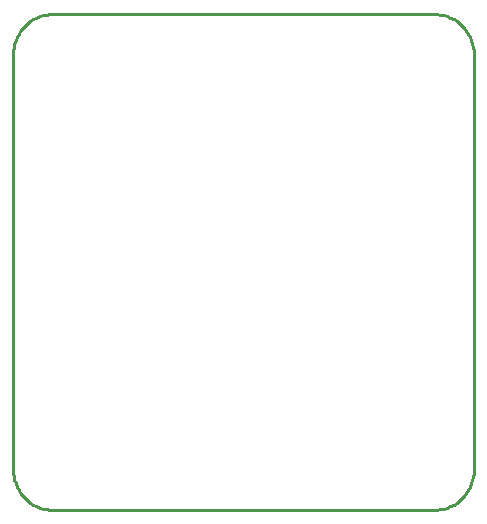
<source format=gbr>
G04 EAGLE Gerber RS-274X export*
G75*
%MOMM*%
%FSLAX34Y34*%
%LPD*%
%IN*%
%IPPOS*%
%AMOC8*
5,1,8,0,0,1.08239X$1,22.5*%
G01*
G04 Define Apertures*
%ADD10C,0.254000*%
D10*
X0Y34142D02*
X130Y31166D01*
X519Y28213D01*
X1163Y25305D01*
X2059Y22465D01*
X3199Y19713D01*
X4574Y17071D01*
X6175Y14559D01*
X7988Y12196D01*
X10000Y10000D01*
X12196Y7988D01*
X14559Y6175D01*
X17071Y4574D01*
X19713Y3199D01*
X22465Y2059D01*
X25305Y1163D01*
X28213Y519D01*
X31166Y130D01*
X34142Y0D01*
X355858Y0D01*
X358834Y130D01*
X361787Y519D01*
X364695Y1163D01*
X367535Y2059D01*
X370287Y3199D01*
X372929Y4574D01*
X375441Y6175D01*
X377804Y7988D01*
X380000Y10000D01*
X382012Y12196D01*
X383825Y14559D01*
X385426Y17071D01*
X386801Y19713D01*
X387941Y22465D01*
X388837Y25305D01*
X389481Y28213D01*
X389870Y31166D01*
X390000Y34142D01*
X390000Y385858D01*
X389870Y388834D01*
X389481Y391787D01*
X388837Y394695D01*
X387941Y397535D01*
X386801Y400287D01*
X385426Y402929D01*
X383825Y405441D01*
X382012Y407804D01*
X380000Y410000D01*
X377804Y412012D01*
X375441Y413825D01*
X372929Y415426D01*
X370287Y416801D01*
X367535Y417941D01*
X364695Y418837D01*
X361787Y419481D01*
X358834Y419870D01*
X355858Y420000D01*
X34142Y420000D01*
X31166Y419870D01*
X28213Y419481D01*
X25305Y418837D01*
X22465Y417941D01*
X19713Y416801D01*
X17071Y415426D01*
X14559Y413825D01*
X12196Y412012D01*
X10000Y410000D01*
X7988Y407804D01*
X6175Y405441D01*
X4574Y402929D01*
X3199Y400287D01*
X2059Y397535D01*
X1163Y394695D01*
X519Y391787D01*
X130Y388834D01*
X0Y385858D01*
X0Y34142D01*
M02*

</source>
